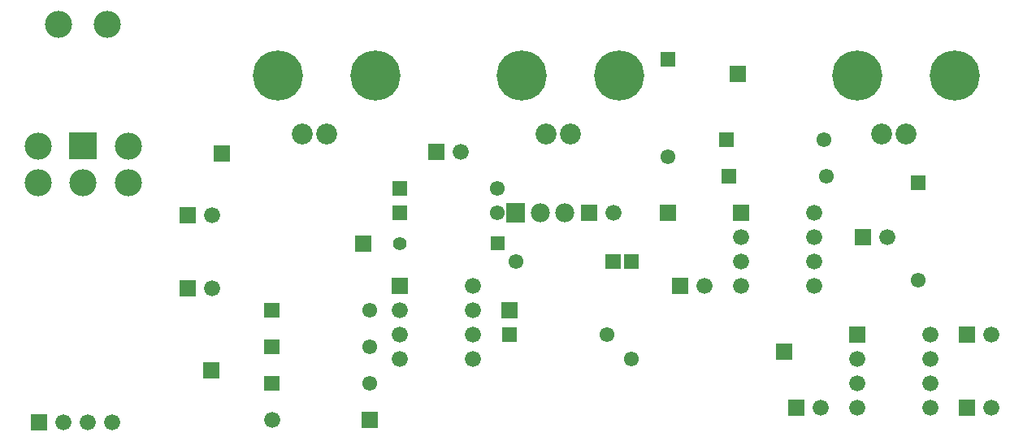
<source format=gbr>
G04 start of page 6 for group -4063 idx -4063 *
G04 Title: (unknown), componentmask *
G04 Creator: pcb 20110918 *
G04 CreationDate: Tue Oct  7 19:52:02 2014 UTC *
G04 For: fosse *
G04 Format: Gerber/RS-274X *
G04 PCB-Dimensions: 470000 250000 *
G04 PCB-Coordinate-Origin: lower left *
%MOIN*%
%FSLAX25Y25*%
%LNTOPMASK*%
%ADD70C,0.0780*%
%ADD69C,0.1110*%
%ADD68C,0.2060*%
%ADD67C,0.0860*%
%ADD66C,0.0560*%
%ADD65C,0.0610*%
%ADD64C,0.0660*%
%ADD63C,0.0001*%
G54D63*G36*
X131950Y111550D02*Y105450D01*
X138050D01*
Y111550D01*
X131950D01*
G37*
G36*
Y126550D02*Y120450D01*
X138050D01*
Y126550D01*
X131950D01*
G37*
G54D64*X135000Y78500D03*
G54D63*G36*
X131950Y96550D02*Y90450D01*
X138050D01*
Y96550D01*
X131950D01*
G37*
G54D65*X175000Y108500D03*
G54D63*G36*
X171700Y81800D02*Y75200D01*
X178300D01*
Y81800D01*
X171700D01*
G37*
G54D65*X175000Y93500D03*
Y123500D03*
G54D63*G36*
X184200Y136800D02*Y130200D01*
X190800D01*
Y136800D01*
X184200D01*
G37*
G54D64*X187500Y123500D03*
Y113500D03*
Y103500D03*
G54D63*G36*
X97200Y135800D02*Y129200D01*
X103800D01*
Y135800D01*
X97200D01*
G37*
G36*
X36200Y80800D02*Y74200D01*
X42800D01*
Y80800D01*
X36200D01*
G37*
G54D64*X49500Y77500D03*
X59500D03*
X69500D03*
X110500Y132500D03*
G54D63*G36*
X106700Y102300D02*Y95700D01*
X113300D01*
Y102300D01*
X106700D01*
G37*
G36*
X231100Y167400D02*Y159600D01*
X238900D01*
Y167400D01*
X231100D01*
G37*
G36*
X224700Y153800D02*Y148200D01*
X230300D01*
Y153800D01*
X224700D01*
G37*
G54D66*X187500Y151000D03*
G54D63*G36*
X184450Y166550D02*Y160450D01*
X190550D01*
Y166550D01*
X184450D01*
G37*
G54D65*X227500Y163500D03*
G54D63*G36*
X199200Y191800D02*Y185200D01*
X205800D01*
Y191800D01*
X199200D01*
G37*
G36*
X184450Y176550D02*Y170450D01*
X190550D01*
Y176550D01*
X184450D01*
G37*
G54D67*X147500Y196000D03*
X157500D03*
G54D68*X137500Y220000D03*
X177500D03*
G54D63*G36*
X169200Y154300D02*Y147700D01*
X175800D01*
Y154300D01*
X169200D01*
G37*
G36*
X97200Y165800D02*Y159200D01*
X103800D01*
Y165800D01*
X97200D01*
G37*
G54D64*X110500Y162500D03*
G54D69*X47500Y241000D03*
X67500D03*
G54D63*G36*
X51950Y196550D02*Y185450D01*
X63050D01*
Y196550D01*
X51950D01*
G37*
G54D69*X39000Y191000D03*
X76000D03*
X39000Y176000D03*
X57500D03*
X76000D03*
G54D63*G36*
X111200Y191300D02*Y184700D01*
X117800D01*
Y191300D01*
X111200D01*
G37*
G54D67*X247500Y196000D03*
G54D68*X237500Y220000D03*
G54D67*X257500Y196000D03*
G54D68*X277500Y220000D03*
G54D64*X212500Y188500D03*
G54D65*X227500Y173500D03*
G54D63*G36*
X294450Y229550D02*Y223450D01*
X300550D01*
Y229550D01*
X294450D01*
G37*
G54D65*X297500Y186500D03*
G54D63*G36*
X318450Y196550D02*Y190450D01*
X324550D01*
Y196550D01*
X318450D01*
G37*
G36*
X322700Y223800D02*Y217200D01*
X329300D01*
Y223800D01*
X322700D01*
G37*
G36*
X416700Y86800D02*Y80200D01*
X423300D01*
Y86800D01*
X416700D01*
G37*
G54D64*X430000Y83500D03*
G54D63*G36*
X416700Y116800D02*Y110200D01*
X423300D01*
Y116800D01*
X416700D01*
G37*
G54D64*X430000Y113500D03*
G54D63*G36*
X371700Y116800D02*Y110200D01*
X378300D01*
Y116800D01*
X371700D01*
G37*
G54D64*X405000Y113500D03*
X375000Y103500D03*
X405000D03*
X375000Y93500D03*
Y83500D03*
X405000D03*
Y93500D03*
G54D63*G36*
X229450Y116550D02*Y110450D01*
X235550D01*
Y116550D01*
X229450D01*
G37*
G54D70*X245000Y163500D03*
X255000D03*
G54D63*G36*
X261700Y166800D02*Y160200D01*
X268300D01*
Y166800D01*
X261700D01*
G37*
G54D65*X235000Y143500D03*
G54D63*G36*
X229200Y126800D02*Y120200D01*
X235800D01*
Y126800D01*
X229200D01*
G37*
G54D65*X272500Y113500D03*
G54D64*X275000Y163500D03*
G54D63*G36*
X271950Y146550D02*Y140450D01*
X278050D01*
Y146550D01*
X271950D01*
G37*
G36*
X279450D02*Y140450D01*
X285550D01*
Y146550D01*
X279450D01*
G37*
G36*
X299200Y136800D02*Y130200D01*
X305800D01*
Y136800D01*
X299200D01*
G37*
G54D64*X312500Y133500D03*
G54D65*X282500Y103500D03*
G54D63*G36*
X294200Y166800D02*Y160200D01*
X300800D01*
Y166800D01*
X294200D01*
G37*
G36*
X319450Y181550D02*Y175450D01*
X325550D01*
Y181550D01*
X319450D01*
G37*
G36*
X324200Y166800D02*Y160200D01*
X330800D01*
Y166800D01*
X324200D01*
G37*
G54D64*X327500Y153500D03*
Y143500D03*
Y133500D03*
X217500Y103500D03*
Y113500D03*
Y123500D03*
Y133500D03*
G54D68*X375000Y220000D03*
X415000D03*
G54D65*X362500Y178500D03*
X361500Y193500D03*
G54D67*X385000Y196000D03*
X395000D03*
G54D64*X387500Y153500D03*
G54D63*G36*
X397150Y179050D02*Y172950D01*
X403250D01*
Y179050D01*
X397150D01*
G37*
G54D65*X400200Y136000D03*
G54D63*G36*
X374200Y156800D02*Y150200D01*
X380800D01*
Y156800D01*
X374200D01*
G37*
G54D64*X357500Y133500D03*
Y143500D03*
Y153500D03*
Y163500D03*
G54D63*G36*
X346700Y86800D02*Y80200D01*
X353300D01*
Y86800D01*
X346700D01*
G37*
G54D64*X360000Y83500D03*
G54D63*G36*
X341700Y109800D02*Y103200D01*
X348300D01*
Y109800D01*
X341700D01*
G37*
M02*

</source>
